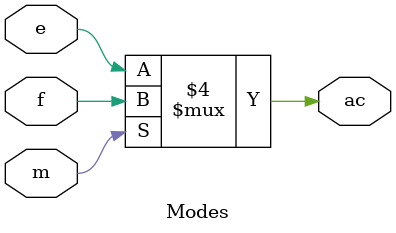
<source format=v>



// Generated by Quartus Prime Version 18.1 (Build Build 625 09/12/2018)
// Created on Tue Jun 09 15:17:19 2020

//  Module Declaration
module Modes
(
	// {{ALTERA_ARGS_BEGIN}} DO NOT REMOVE THIS LINE!
	e, f, m, ac
	// {{ALTERA_ARGS_END}} DO NOT REMOVE THIS LINE!
);
// Port Declaration

	// {{ALTERA_IO_BEGIN}} DO NOT REMOVE THIS LINE!
	input e;
	input f;
	input m;
	output reg ac;
	// {{ALTERA_IO_END}} DO NOT REMOVE THIS LINE!
	
always@(e,f,m)
if (m==1)
	ac = f;
else 
	ac = e;




endmodule

</source>
